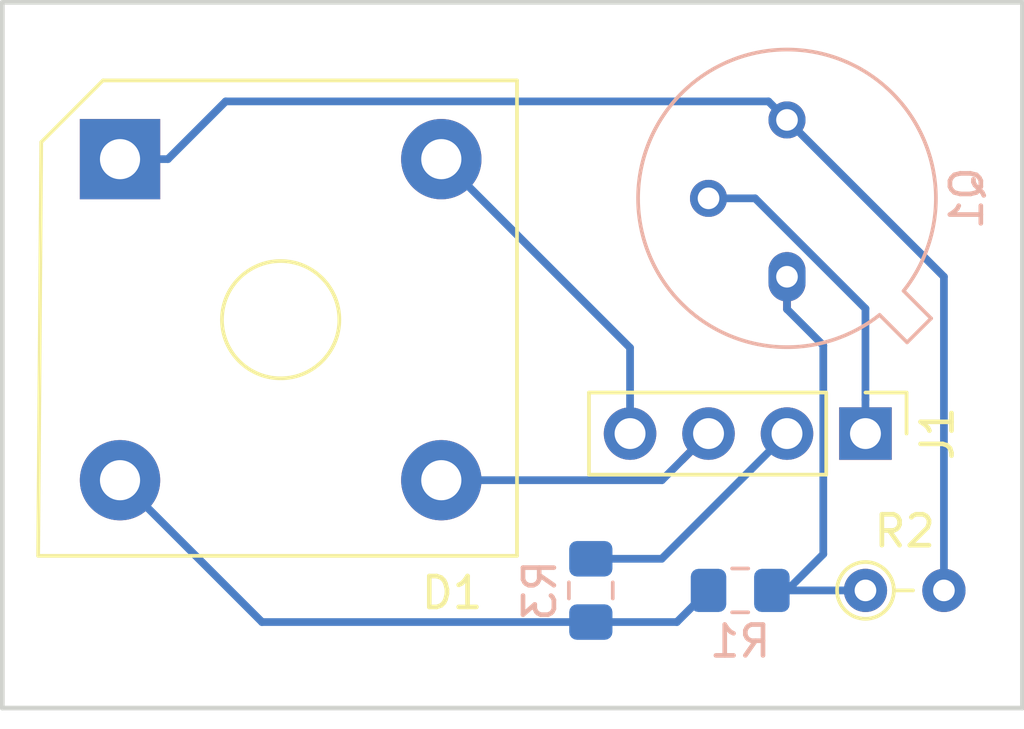
<source format=kicad_pcb>
(kicad_pcb (version 20171130) (host pcbnew 5.0.2+dfsg1-1)

  (general
    (thickness 1.6)
    (drawings 4)
    (tracks 27)
    (zones 0)
    (modules 6)
    (nets 8)
  )

  (page A4)
  (layers
    (0 F.Cu signal)
    (31 B.Cu signal)
    (32 B.Adhes user)
    (33 F.Adhes user)
    (34 B.Paste user)
    (35 F.Paste user)
    (36 B.SilkS user)
    (37 F.SilkS user)
    (38 B.Mask user)
    (39 F.Mask user)
    (40 Dwgs.User user)
    (41 Cmts.User user)
    (42 Eco1.User user)
    (43 Eco2.User user)
    (44 Edge.Cuts user)
    (45 Margin user)
    (46 B.CrtYd user)
    (47 F.CrtYd user)
    (48 B.Fab user)
    (49 F.Fab user)
  )

  (setup
    (last_trace_width 0.25)
    (trace_clearance 0.2)
    (zone_clearance 0.508)
    (zone_45_only no)
    (trace_min 0.2)
    (segment_width 0.2)
    (edge_width 0.15)
    (via_size 0.8)
    (via_drill 0.4)
    (via_min_size 0.4)
    (via_min_drill 0.3)
    (uvia_size 0.3)
    (uvia_drill 0.1)
    (uvias_allowed no)
    (uvia_min_size 0.2)
    (uvia_min_drill 0.1)
    (pcb_text_width 0.3)
    (pcb_text_size 1.5 1.5)
    (mod_edge_width 0.15)
    (mod_text_size 1 1)
    (mod_text_width 0.15)
    (pad_size 1.524 1.524)
    (pad_drill 0.762)
    (pad_to_mask_clearance 0.051)
    (solder_mask_min_width 0.25)
    (aux_axis_origin 0 0)
    (visible_elements FFFFFF7F)
    (pcbplotparams
      (layerselection 0x010fc_ffffffff)
      (usegerberextensions false)
      (usegerberattributes false)
      (usegerberadvancedattributes false)
      (creategerberjobfile false)
      (excludeedgelayer true)
      (linewidth 0.100000)
      (plotframeref false)
      (viasonmask false)
      (mode 1)
      (useauxorigin false)
      (hpglpennumber 1)
      (hpglpenspeed 20)
      (hpglpendiameter 15.000000)
      (psnegative false)
      (psa4output false)
      (plotreference true)
      (plotvalue true)
      (plotinvisibletext false)
      (padsonsilk false)
      (subtractmaskfromsilk false)
      (outputformat 1)
      (mirror false)
      (drillshape 1)
      (scaleselection 1)
      (outputdirectory ""))
  )

  (net 0 "")
  (net 1 "Net-(D1-Pad3)")
  (net 2 "Net-(D1-Pad4)")
  (net 3 "Net-(D1-Pad1)")
  (net 4 "Net-(D1-Pad2)")
  (net 5 "Net-(J1-Pad1)")
  (net 6 "Net-(J1-Pad2)")
  (net 7 "Net-(Q1-Pad1)")

  (net_class Default "This is the default net class."
    (clearance 0.2)
    (trace_width 0.25)
    (via_dia 0.8)
    (via_drill 0.4)
    (uvia_dia 0.3)
    (uvia_drill 0.1)
    (add_net "Net-(D1-Pad1)")
    (add_net "Net-(D1-Pad2)")
    (add_net "Net-(D1-Pad3)")
    (add_net "Net-(D1-Pad4)")
    (add_net "Net-(J1-Pad1)")
    (add_net "Net-(J1-Pad2)")
    (add_net "Net-(Q1-Pad1)")
  )

  (module Diode_THT:Diode_Bridge_Vishay_KBPC6 (layer F.Cu) (tedit 5A638B70) (tstamp 60E7F919)
    (at 36.83 31.75)
    (descr "Single phase bridge rectifier case KBPC6, see http://www.vishay.com/docs/93585/vs-kbpc1series.pdf")
    (tags "Diode Bridge")
    (path /60DB7950)
    (fp_text reference D1 (at 10.75 14.05 180) (layer F.SilkS)
      (effects (font (size 1 1) (thickness 0.15)))
    )
    (fp_text value D_Bridge_+-AA (at 6 -3.7 180) (layer F.Fab)
      (effects (font (size 1 1) (thickness 0.15)))
    )
    (fp_circle (center 5.2 5.2) (end 5.2 7.1) (layer F.SilkS) (width 0.12))
    (fp_line (start -0.65 -2.75) (end 13.05 -2.75) (layer F.CrtYd) (width 0.05))
    (fp_line (start -2.75 -0.65) (end -0.65 -2.75) (layer F.CrtYd) (width 0.05))
    (fp_line (start -2.8 13.05) (end -2.75 -0.65) (layer F.CrtYd) (width 0.05))
    (fp_line (start 13.05 13.05) (end -2.8 13.05) (layer F.CrtYd) (width 0.05))
    (fp_line (start 13.05 -2.75) (end 13.05 13.05) (layer F.CrtYd) (width 0.05))
    (fp_line (start 12.85 12.85) (end 12.85 -2.55) (layer F.SilkS) (width 0.12))
    (fp_line (start -2.65 12.85) (end 12.85 12.85) (layer F.SilkS) (width 0.12))
    (fp_line (start -2.55 -0.55) (end -2.65 12.85) (layer F.SilkS) (width 0.12))
    (fp_line (start -0.55 -2.55) (end -2.55 -0.55) (layer F.SilkS) (width 0.12))
    (fp_line (start 12.85 -2.55) (end -0.55 -2.55) (layer F.SilkS) (width 0.12))
    (fp_line (start -2.55 12.8) (end -2.5 -0.5) (layer F.Fab) (width 0.12))
    (fp_line (start 12.8 12.8) (end -2.55 12.8) (layer F.Fab) (width 0.12))
    (fp_line (start 12.8 -2.5) (end 12.8 12.8) (layer F.Fab) (width 0.12))
    (fp_line (start -0.5 -2.5) (end 12.8 -2.5) (layer F.Fab) (width 0.12))
    (fp_line (start -2.5 -0.5) (end -0.5 -2.5) (layer F.Fab) (width 0.12))
    (fp_text user %R (at 5.2 5.415 180) (layer F.Fab)
      (effects (font (size 1 1) (thickness 0.15)))
    )
    (pad 3 thru_hole circle (at 10.4 10.4) (size 2.6 2.6) (drill 1.3) (layers *.Cu *.Mask)
      (net 1 "Net-(D1-Pad3)"))
    (pad 4 thru_hole circle (at 10.4 0) (size 2.6 2.6) (drill 1.3) (layers *.Cu *.Mask)
      (net 2 "Net-(D1-Pad4)"))
    (pad 1 thru_hole rect (at 0 0) (size 2.6 2.6) (drill 1.3) (layers *.Cu *.Mask)
      (net 3 "Net-(D1-Pad1)"))
    (pad 2 thru_hole circle (at 0 10.4) (size 2.6 2.6) (drill 1.3) (layers *.Cu *.Mask)
      (net 4 "Net-(D1-Pad2)"))
    (model ${KISYS3DMOD}/Diode_THT.3dshapes/Diode_Bridge_Vishay_KBPC6.wrl
      (at (xyz 0 0 0))
      (scale (xyz 1 1 1))
      (rotate (xyz 0 0 0))
    )
  )

  (module Connector_PinHeader_2.54mm:PinHeader_1x04_P2.54mm_Vertical (layer F.Cu) (tedit 59FED5CC) (tstamp 60E7F931)
    (at 60.96 40.64 270)
    (descr "Through hole straight pin header, 1x04, 2.54mm pitch, single row")
    (tags "Through hole pin header THT 1x04 2.54mm single row")
    (path /60DB7F62)
    (fp_text reference J1 (at 0 -2.33 270) (layer F.SilkS)
      (effects (font (size 1 1) (thickness 0.15)))
    )
    (fp_text value Conn_01x04_Male (at 0 9.95 270) (layer F.Fab)
      (effects (font (size 1 1) (thickness 0.15)))
    )
    (fp_line (start -0.635 -1.27) (end 1.27 -1.27) (layer F.Fab) (width 0.1))
    (fp_line (start 1.27 -1.27) (end 1.27 8.89) (layer F.Fab) (width 0.1))
    (fp_line (start 1.27 8.89) (end -1.27 8.89) (layer F.Fab) (width 0.1))
    (fp_line (start -1.27 8.89) (end -1.27 -0.635) (layer F.Fab) (width 0.1))
    (fp_line (start -1.27 -0.635) (end -0.635 -1.27) (layer F.Fab) (width 0.1))
    (fp_line (start -1.33 8.95) (end 1.33 8.95) (layer F.SilkS) (width 0.12))
    (fp_line (start -1.33 1.27) (end -1.33 8.95) (layer F.SilkS) (width 0.12))
    (fp_line (start 1.33 1.27) (end 1.33 8.95) (layer F.SilkS) (width 0.12))
    (fp_line (start -1.33 1.27) (end 1.33 1.27) (layer F.SilkS) (width 0.12))
    (fp_line (start -1.33 0) (end -1.33 -1.33) (layer F.SilkS) (width 0.12))
    (fp_line (start -1.33 -1.33) (end 0 -1.33) (layer F.SilkS) (width 0.12))
    (fp_line (start -1.8 -1.8) (end -1.8 9.4) (layer F.CrtYd) (width 0.05))
    (fp_line (start -1.8 9.4) (end 1.8 9.4) (layer F.CrtYd) (width 0.05))
    (fp_line (start 1.8 9.4) (end 1.8 -1.8) (layer F.CrtYd) (width 0.05))
    (fp_line (start 1.8 -1.8) (end -1.8 -1.8) (layer F.CrtYd) (width 0.05))
    (fp_text user %R (at 1.27 3.81) (layer F.Fab)
      (effects (font (size 1 1) (thickness 0.15)))
    )
    (pad 1 thru_hole rect (at 0 0 270) (size 1.7 1.7) (drill 1) (layers *.Cu *.Mask)
      (net 5 "Net-(J1-Pad1)"))
    (pad 2 thru_hole oval (at 0 2.54 270) (size 1.7 1.7) (drill 1) (layers *.Cu *.Mask)
      (net 6 "Net-(J1-Pad2)"))
    (pad 3 thru_hole oval (at 0 5.08 270) (size 1.7 1.7) (drill 1) (layers *.Cu *.Mask)
      (net 1 "Net-(D1-Pad3)"))
    (pad 4 thru_hole oval (at 0 7.62 270) (size 1.7 1.7) (drill 1) (layers *.Cu *.Mask)
      (net 2 "Net-(D1-Pad4)"))
    (model ${KISYS3DMOD}/Connector_PinHeader_2.54mm.3dshapes/PinHeader_1x04_P2.54mm_Vertical.wrl
      (at (xyz 0 0 0))
      (scale (xyz 1 1 1))
      (rotate (xyz 0 0 0))
    )
  )

  (module Package_TO_SOT_THT:TO-39-3 (layer B.Cu) (tedit 5A02FF81) (tstamp 60E7F946)
    (at 58.42 35.56 90)
    (descr TO-39-3)
    (tags TO-39-3)
    (path /60DB7C71)
    (fp_text reference Q1 (at 2.54 5.82 90) (layer B.SilkS)
      (effects (font (size 1 1) (thickness 0.15)) (justify mirror))
    )
    (fp_text value Q_NPN_BCE (at 2.54 -5.82 90) (layer B.Fab)
      (effects (font (size 1 1) (thickness 0.15)) (justify mirror))
    )
    (fp_text user %R (at 2.54 5.82 90) (layer B.Fab)
      (effects (font (size 1 1) (thickness 0.15)) (justify mirror))
    )
    (fp_line (start -0.465408 3.61352) (end -1.27151 4.419621) (layer B.Fab) (width 0.1))
    (fp_line (start -1.27151 4.419621) (end -1.879621 3.81151) (layer B.Fab) (width 0.1))
    (fp_line (start -1.879621 3.81151) (end -1.07352 3.005408) (layer B.Fab) (width 0.1))
    (fp_line (start -0.457084 3.774902) (end -1.348039 4.665856) (layer B.SilkS) (width 0.12))
    (fp_line (start -1.348039 4.665856) (end -2.125856 3.888039) (layer B.SilkS) (width 0.12))
    (fp_line (start -2.125856 3.888039) (end -1.234902 2.997084) (layer B.SilkS) (width 0.12))
    (fp_line (start -2.41 4.95) (end -2.41 -4.95) (layer B.CrtYd) (width 0.05))
    (fp_line (start -2.41 -4.95) (end 7.49 -4.95) (layer B.CrtYd) (width 0.05))
    (fp_line (start 7.49 -4.95) (end 7.49 4.95) (layer B.CrtYd) (width 0.05))
    (fp_line (start 7.49 4.95) (end -2.41 4.95) (layer B.CrtYd) (width 0.05))
    (fp_circle (center 2.54 0) (end 6.79 0) (layer B.Fab) (width 0.1))
    (fp_arc (start 2.54 0) (end -0.465408 3.61352) (angle -349.5) (layer B.Fab) (width 0.1))
    (fp_arc (start 2.54 0) (end -0.457084 3.774902) (angle -346.9) (layer B.SilkS) (width 0.12))
    (pad 1 thru_hole oval (at 0 0 90) (size 1.6 1.2) (drill 0.7) (layers *.Cu *.Mask)
      (net 7 "Net-(Q1-Pad1)"))
    (pad 2 thru_hole oval (at 2.54 -2.54 90) (size 1.2 1.2) (drill 0.7) (layers *.Cu *.Mask)
      (net 5 "Net-(J1-Pad1)"))
    (pad 3 thru_hole oval (at 5.08 0 90) (size 1.2 1.2) (drill 0.7) (layers *.Cu *.Mask)
      (net 3 "Net-(D1-Pad1)"))
    (model ${KISYS3DMOD}/Package_TO_SOT_THT.3dshapes/TO-39-3.wrl
      (at (xyz 0 0 0))
      (scale (xyz 1 1 1))
      (rotate (xyz 0 0 0))
    )
  )

  (module Resistor_SMD:R_0805_2012Metric_Pad1.15x1.40mm_HandSolder (layer B.Cu) (tedit 5B36C52B) (tstamp 60E7F957)
    (at 56.905 45.72)
    (descr "Resistor SMD 0805 (2012 Metric), square (rectangular) end terminal, IPC_7351 nominal with elongated pad for handsoldering. (Body size source: https://docs.google.com/spreadsheets/d/1BsfQQcO9C6DZCsRaXUlFlo91Tg2WpOkGARC1WS5S8t0/edit?usp=sharing), generated with kicad-footprint-generator")
    (tags "resistor handsolder")
    (path /60DB7AAF)
    (attr smd)
    (fp_text reference R1 (at 0 1.65) (layer B.SilkS)
      (effects (font (size 1 1) (thickness 0.15)) (justify mirror))
    )
    (fp_text value R_Small_US (at 0 -1.65) (layer B.Fab)
      (effects (font (size 1 1) (thickness 0.15)) (justify mirror))
    )
    (fp_line (start -1 -0.6) (end -1 0.6) (layer B.Fab) (width 0.1))
    (fp_line (start -1 0.6) (end 1 0.6) (layer B.Fab) (width 0.1))
    (fp_line (start 1 0.6) (end 1 -0.6) (layer B.Fab) (width 0.1))
    (fp_line (start 1 -0.6) (end -1 -0.6) (layer B.Fab) (width 0.1))
    (fp_line (start -0.261252 0.71) (end 0.261252 0.71) (layer B.SilkS) (width 0.12))
    (fp_line (start -0.261252 -0.71) (end 0.261252 -0.71) (layer B.SilkS) (width 0.12))
    (fp_line (start -1.85 -0.95) (end -1.85 0.95) (layer B.CrtYd) (width 0.05))
    (fp_line (start -1.85 0.95) (end 1.85 0.95) (layer B.CrtYd) (width 0.05))
    (fp_line (start 1.85 0.95) (end 1.85 -0.95) (layer B.CrtYd) (width 0.05))
    (fp_line (start 1.85 -0.95) (end -1.85 -0.95) (layer B.CrtYd) (width 0.05))
    (fp_text user %R (at 0 0) (layer B.Fab)
      (effects (font (size 0.5 0.5) (thickness 0.08)) (justify mirror))
    )
    (pad 1 smd roundrect (at -1.025 0) (size 1.15 1.4) (layers B.Cu B.Paste B.Mask) (roundrect_rratio 0.217391)
      (net 4 "Net-(D1-Pad2)"))
    (pad 2 smd roundrect (at 1.025 0) (size 1.15 1.4) (layers B.Cu B.Paste B.Mask) (roundrect_rratio 0.217391)
      (net 7 "Net-(Q1-Pad1)"))
    (model ${KISYS3DMOD}/Resistor_SMD.3dshapes/R_0805_2012Metric.wrl
      (at (xyz 0 0 0))
      (scale (xyz 1 1 1))
      (rotate (xyz 0 0 0))
    )
  )

  (module Resistor_THT:R_Axial_DIN0204_L3.6mm_D1.6mm_P2.54mm_Vertical (layer F.Cu) (tedit 5AE5139B) (tstamp 60E7F966)
    (at 60.96 45.72)
    (descr "Resistor, Axial_DIN0204 series, Axial, Vertical, pin pitch=2.54mm, 0.167W, length*diameter=3.6*1.6mm^2, http://cdn-reichelt.de/documents/datenblatt/B400/1_4W%23YAG.pdf")
    (tags "Resistor Axial_DIN0204 series Axial Vertical pin pitch 2.54mm 0.167W length 3.6mm diameter 1.6mm")
    (path /60DB7B93)
    (fp_text reference R2 (at 1.27 -1.92) (layer F.SilkS)
      (effects (font (size 1 1) (thickness 0.15)))
    )
    (fp_text value R_PHOTO (at 1.27 1.92) (layer F.Fab)
      (effects (font (size 1 1) (thickness 0.15)))
    )
    (fp_circle (center 0 0) (end 0.8 0) (layer F.Fab) (width 0.1))
    (fp_circle (center 0 0) (end 0.92 0) (layer F.SilkS) (width 0.12))
    (fp_line (start 0 0) (end 2.54 0) (layer F.Fab) (width 0.1))
    (fp_line (start 0.92 0) (end 1.54 0) (layer F.SilkS) (width 0.12))
    (fp_line (start -1.05 -1.05) (end -1.05 1.05) (layer F.CrtYd) (width 0.05))
    (fp_line (start -1.05 1.05) (end 3.49 1.05) (layer F.CrtYd) (width 0.05))
    (fp_line (start 3.49 1.05) (end 3.49 -1.05) (layer F.CrtYd) (width 0.05))
    (fp_line (start 3.49 -1.05) (end -1.05 -1.05) (layer F.CrtYd) (width 0.05))
    (fp_text user %R (at 1.27 -1.92) (layer F.Fab)
      (effects (font (size 1 1) (thickness 0.15)))
    )
    (pad 1 thru_hole circle (at 0 0) (size 1.4 1.4) (drill 0.7) (layers *.Cu *.Mask)
      (net 7 "Net-(Q1-Pad1)"))
    (pad 2 thru_hole oval (at 2.54 0) (size 1.4 1.4) (drill 0.7) (layers *.Cu *.Mask)
      (net 3 "Net-(D1-Pad1)"))
    (model ${KISYS3DMOD}/Resistor_THT.3dshapes/R_Axial_DIN0204_L3.6mm_D1.6mm_P2.54mm_Vertical.wrl
      (at (xyz 0 0 0))
      (scale (xyz 1 1 1))
      (rotate (xyz 0 0 0))
    )
  )

  (module Resistor_SMD:R_0805_2012Metric_Pad1.15x1.40mm_HandSolder (layer B.Cu) (tedit 5B36C52B) (tstamp 60E7F977)
    (at 52.07 45.72 270)
    (descr "Resistor SMD 0805 (2012 Metric), square (rectangular) end terminal, IPC_7351 nominal with elongated pad for handsoldering. (Body size source: https://docs.google.com/spreadsheets/d/1BsfQQcO9C6DZCsRaXUlFlo91Tg2WpOkGARC1WS5S8t0/edit?usp=sharing), generated with kicad-footprint-generator")
    (tags "resistor handsolder")
    (path /60DB7D5C)
    (attr smd)
    (fp_text reference R3 (at 0 1.65 270) (layer B.SilkS)
      (effects (font (size 1 1) (thickness 0.15)) (justify mirror))
    )
    (fp_text value R_Small_US (at 0 -1.65 270) (layer B.Fab)
      (effects (font (size 1 1) (thickness 0.15)) (justify mirror))
    )
    (fp_text user %R (at -5.08 -1.27 270) (layer B.Fab)
      (effects (font (size 0.5 0.5) (thickness 0.08)) (justify mirror))
    )
    (fp_line (start 1.85 -0.95) (end -1.85 -0.95) (layer B.CrtYd) (width 0.05))
    (fp_line (start 1.85 0.95) (end 1.85 -0.95) (layer B.CrtYd) (width 0.05))
    (fp_line (start -1.85 0.95) (end 1.85 0.95) (layer B.CrtYd) (width 0.05))
    (fp_line (start -1.85 -0.95) (end -1.85 0.95) (layer B.CrtYd) (width 0.05))
    (fp_line (start -0.261252 -0.71) (end 0.261252 -0.71) (layer B.SilkS) (width 0.12))
    (fp_line (start -0.261252 0.71) (end 0.261252 0.71) (layer B.SilkS) (width 0.12))
    (fp_line (start 1 -0.6) (end -1 -0.6) (layer B.Fab) (width 0.1))
    (fp_line (start 1 0.6) (end 1 -0.6) (layer B.Fab) (width 0.1))
    (fp_line (start -1 0.6) (end 1 0.6) (layer B.Fab) (width 0.1))
    (fp_line (start -1 -0.6) (end -1 0.6) (layer B.Fab) (width 0.1))
    (pad 2 smd roundrect (at 1.025 0 270) (size 1.15 1.4) (layers B.Cu B.Paste B.Mask) (roundrect_rratio 0.217391)
      (net 4 "Net-(D1-Pad2)"))
    (pad 1 smd roundrect (at -1.025 0 270) (size 1.15 1.4) (layers B.Cu B.Paste B.Mask) (roundrect_rratio 0.217391)
      (net 6 "Net-(J1-Pad2)"))
    (model ${KISYS3DMOD}/Resistor_SMD.3dshapes/R_0805_2012Metric.wrl
      (at (xyz 0 0 0))
      (scale (xyz 1 1 1))
      (rotate (xyz 0 0 0))
    )
  )

  (gr_line (start 33.02 49.53) (end 33.02 26.67) (layer Edge.Cuts) (width 0.15))
  (gr_line (start 66.04 49.53) (end 33.02 49.53) (layer Edge.Cuts) (width 0.15))
  (gr_line (start 66.04 26.67) (end 66.04 49.53) (layer Edge.Cuts) (width 0.15))
  (gr_line (start 33.02 26.67) (end 66.04 26.67) (layer Edge.Cuts) (width 0.15))

  (segment (start 55.030001 41.489999) (end 55.88 40.64) (width 0.25) (layer F.Cu) (net 1))
  (segment (start 54.37 42.15) (end 55.88 40.64) (width 0.25) (layer B.Cu) (net 1))
  (segment (start 47.23 42.15) (end 54.37 42.15) (width 0.25) (layer B.Cu) (net 1))
  (segment (start 53.34 37.86) (end 47.23 31.75) (width 0.25) (layer B.Cu) (net 2))
  (segment (start 53.34 40.64) (end 53.34 37.86) (width 0.25) (layer B.Cu) (net 2))
  (segment (start 38.38 31.75) (end 40.249999 29.880001) (width 0.25) (layer B.Cu) (net 3))
  (segment (start 36.83 31.75) (end 38.38 31.75) (width 0.25) (layer B.Cu) (net 3))
  (segment (start 63.5 35.56) (end 63.5 45.72) (width 0.25) (layer B.Cu) (net 3))
  (segment (start 58.42 30.48) (end 63.5 35.56) (width 0.25) (layer B.Cu) (net 3))
  (segment (start 57.820001 29.880001) (end 58.42 30.48) (width 0.25) (layer B.Cu) (net 3))
  (segment (start 40.249999 29.880001) (end 57.820001 29.880001) (width 0.25) (layer B.Cu) (net 3))
  (segment (start 52.07 46.745) (end 54.855 46.745) (width 0.25) (layer B.Cu) (net 4))
  (segment (start 54.855 46.745) (end 55.88 45.72) (width 0.25) (layer B.Cu) (net 4))
  (segment (start 41.425 46.745) (end 52.07 46.745) (width 0.25) (layer B.Cu) (net 4))
  (segment (start 36.83 42.15) (end 41.425 46.745) (width 0.25) (layer B.Cu) (net 4))
  (segment (start 60.96 36.591839) (end 60.96 39.54) (width 0.25) (layer B.Cu) (net 5))
  (segment (start 57.388161 33.02) (end 60.96 36.591839) (width 0.25) (layer B.Cu) (net 5))
  (segment (start 60.96 39.54) (end 60.96 40.64) (width 0.25) (layer B.Cu) (net 5))
  (segment (start 55.88 33.02) (end 57.388161 33.02) (width 0.25) (layer B.Cu) (net 5))
  (segment (start 54.365 44.695) (end 58.42 40.64) (width 0.25) (layer B.Cu) (net 6))
  (segment (start 52.07 44.695) (end 54.365 44.695) (width 0.25) (layer B.Cu) (net 6))
  (segment (start 58.42 36.61) (end 58.42 35.56) (width 0.25) (layer F.Cu) (net 7))
  (segment (start 59.595001 37.785001) (end 59.595001 44.544999) (width 0.25) (layer B.Cu) (net 7))
  (segment (start 58.42 35.56) (end 58.42 36.61) (width 0.25) (layer B.Cu) (net 7))
  (segment (start 58.42 36.61) (end 59.595001 37.785001) (width 0.25) (layer B.Cu) (net 7))
  (segment (start 59.595001 44.544999) (end 58.42 45.72) (width 0.25) (layer B.Cu) (net 7))
  (segment (start 57.93 45.72) (end 60.96 45.72) (width 0.25) (layer B.Cu) (net 7))

)

</source>
